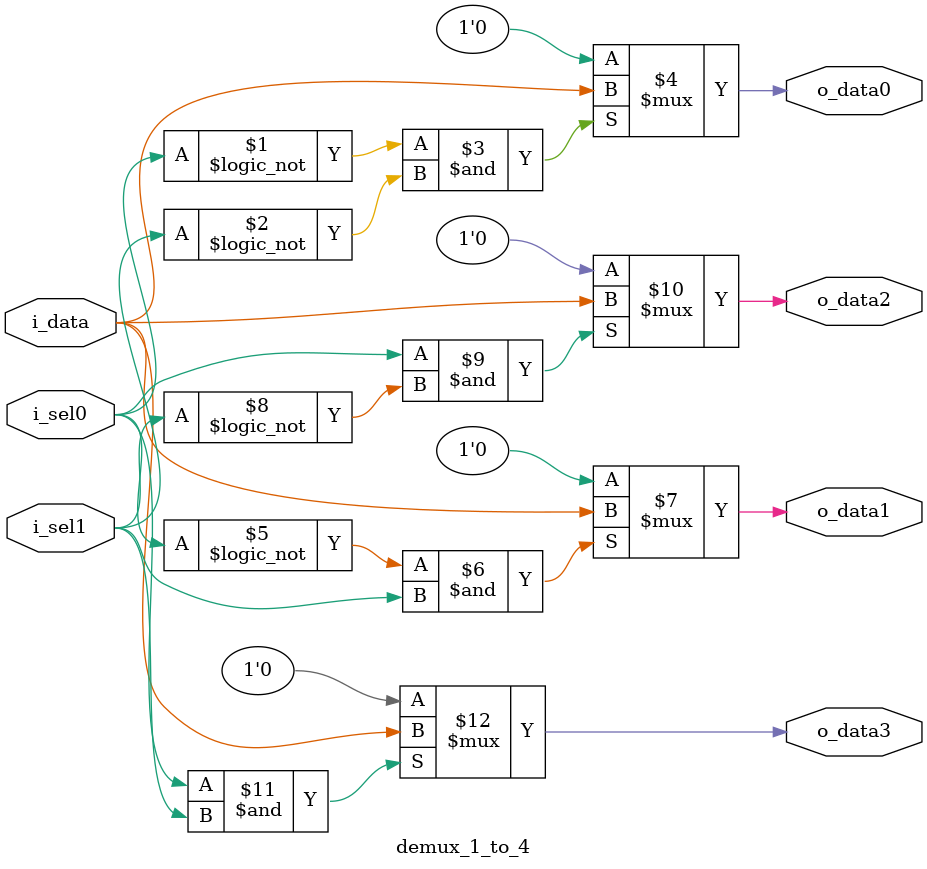
<source format=v>
`timescale 1ns / 1ps


module demux_1_to_4 (
    input i_data,
    input i_sel0,
    input i_sel1,
    output o_data0,
    output o_data1,
    output o_data2,
    output o_data3
);

assign o_data0 = !i_sel0 & !i_sel1 ? i_data : 1'b0;
assign o_data1 = !i_sel0 & i_sel1 ? i_data : 1'b0;
assign o_data2 = i_sel0 & !i_sel1 ? i_data : 1'b0;
assign o_data3 = i_sel0 & i_sel1 ? i_data : 1'b0;

endmodule

</source>
